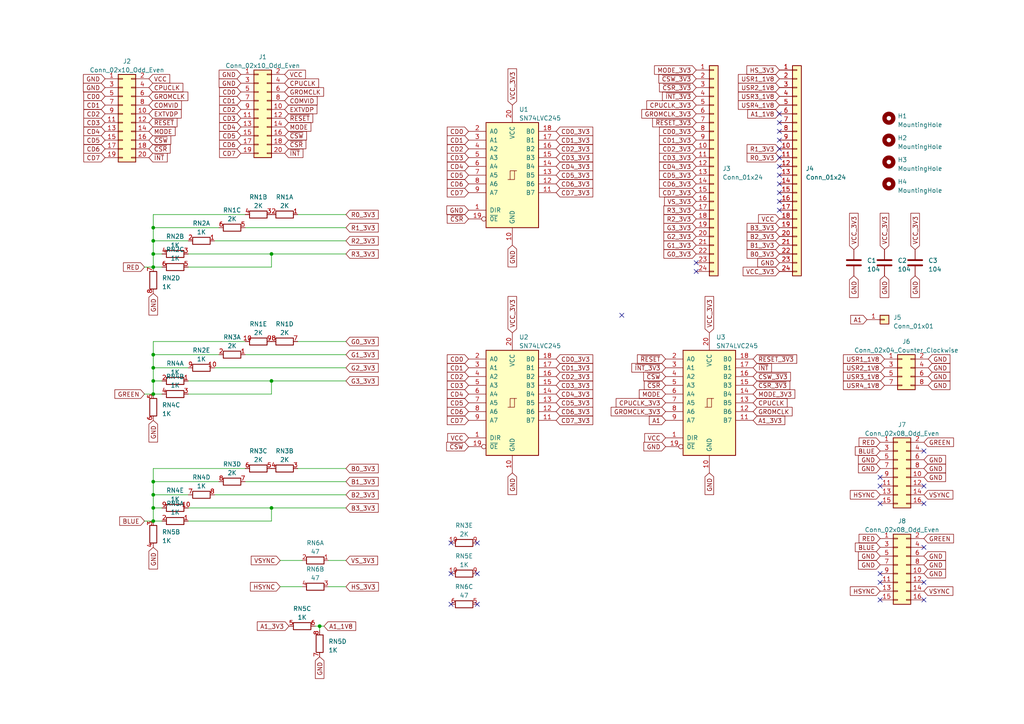
<source format=kicad_sch>
(kicad_sch (version 20230121) (generator eeschema)
  (paper "A4")
  (lib_symbols
    (symbol "Connector_Generic:Conn_01x01" (pin_names (offset 1.016) hide)
      (property "Reference" "J" (at 0 2.54 0))
      (property "Value" "Conn_01x01" (at 0 -2.54 0))
      (symbol "Conn_01x01_1_1"
        (pin passive line (at -5.08 0 0) (length 3.81) (name "Pin_1") (number "1"))
      )
    )
    (symbol "Connector_Generic:Conn_01x24" (pin_names (offset 1.016) hide)
      (property "Reference" "J" (at 0 30.48 0))
      (property "Value" "Conn_01x24" (at 0 -33.02 0))
      (symbol "Conn_01x24_1_1"
        (pin passive line (at -5.08 27.94 0) (length 3.81) (name "Pin_1") (number "1"))
        (pin passive line (at -5.08 5.08 0) (length 3.81) (name "Pin_10") (number "10"))
        (pin passive line (at -5.08 2.54 0) (length 3.81) (name "Pin_11") (number "11"))
        (pin passive line (at -5.08 0 0) (length 3.81) (name "Pin_12") (number "12"))
        (pin passive line (at -5.08 -2.54 0) (length 3.81) (name "Pin_13") (number "13"))
        (pin passive line (at -5.08 -5.08 0) (length 3.81) (name "Pin_14") (number "14"))
        (pin passive line (at -5.08 -7.62 0) (length 3.81) (name "Pin_15") (number "15"))
        (pin passive line (at -5.08 -10.16 0) (length 3.81) (name "Pin_16") (number "16"))
        (pin passive line (at -5.08 -12.7 0) (length 3.81) (name "Pin_17") (number "17"))
        (pin passive line (at -5.08 -15.24 0) (length 3.81) (name "Pin_18") (number "18"))
        (pin passive line (at -5.08 -17.78 0) (length 3.81) (name "Pin_19") (number "19"))
        (pin passive line (at -5.08 25.4 0) (length 3.81) (name "Pin_2") (number "2"))
        (pin passive line (at -5.08 -20.32 0) (length 3.81) (name "Pin_20") (number "20"))
        (pin passive line (at -5.08 -22.86 0) (length 3.81) (name "Pin_21") (number "21"))
        (pin passive line (at -5.08 -25.4 0) (length 3.81) (name "Pin_22") (number "22"))
        (pin passive line (at -5.08 -27.94 0) (length 3.81) (name "Pin_23") (number "23"))
        (pin passive line (at -5.08 -30.48 0) (length 3.81) (name "Pin_24") (number "24"))
        (pin passive line (at -5.08 22.86 0) (length 3.81) (name "Pin_3") (number "3"))
        (pin passive line (at -5.08 20.32 0) (length 3.81) (name "Pin_4") (number "4"))
        (pin passive line (at -5.08 17.78 0) (length 3.81) (name "Pin_5") (number "5"))
        (pin passive line (at -5.08 15.24 0) (length 3.81) (name "Pin_6") (number "6"))
        (pin passive line (at -5.08 12.7 0) (length 3.81) (name "Pin_7") (number "7"))
        (pin passive line (at -5.08 10.16 0) (length 3.81) (name "Pin_8") (number "8"))
        (pin passive line (at -5.08 7.62 0) (length 3.81) (name "Pin_9") (number "9"))
      )
    )
    (symbol "Connector_Generic:Conn_02x04_Odd_Even" (pin_names (offset 1.016) hide)
      (property "Reference" "J" (at 1.27 5.08 0))
      (property "Value" "Conn_02x04_Odd_Even" (at 1.27 -7.62 0))
      (symbol "Conn_02x04_Odd_Even_1_1"
        (pin passive line (at -5.08 2.54 0) (length 3.81) (name "Pin_1") (number "1"))
        (pin passive line (at 7.62 2.54 180) (length 3.81) (name "Pin_2") (number "2"))
        (pin passive line (at -5.08 0 0) (length 3.81) (name "Pin_3") (number "3"))
        (pin passive line (at 7.62 0 180) (length 3.81) (name "Pin_4") (number "4"))
        (pin passive line (at -5.08 -2.54 0) (length 3.81) (name "Pin_5") (number "5"))
        (pin passive line (at 7.62 -2.54 180) (length 3.81) (name "Pin_6") (number "6"))
        (pin passive line (at -5.08 -5.08 0) (length 3.81) (name "Pin_7") (number "7"))
        (pin passive line (at 7.62 -5.08 180) (length 3.81) (name "Pin_8") (number "8"))
      )
    )
    (symbol "Connector_Generic:Conn_02x08_Odd_Even" (pin_names (offset 1.016) hide)
      (property "Reference" "J" (at 1.27 10.16 0))
      (property "Value" "Conn_02x08_Odd_Even" (at 1.27 -12.7 0))
      (symbol "Conn_02x08_Odd_Even_1_1"
        (pin passive line (at -5.08 7.62 0) (length 3.81) (name "Pin_1") (number "1"))
        (pin passive line (at 7.62 -2.54 180) (length 3.81) (name "Pin_10") (number "10"))
        (pin passive line (at -5.08 -5.08 0) (length 3.81) (name "Pin_11") (number "11"))
        (pin passive line (at 7.62 -5.08 180) (length 3.81) (name "Pin_12") (number "12"))
        (pin passive line (at -5.08 -7.62 0) (length 3.81) (name "Pin_13") (number "13"))
        (pin passive line (at 7.62 -7.62 180) (length 3.81) (name "Pin_14") (number "14"))
        (pin passive line (at -5.08 -10.16 0) (length 3.81) (name "Pin_15") (number "15"))
        (pin passive line (at 7.62 -10.16 180) (length 3.81) (name "Pin_16") (number "16"))
        (pin passive line (at 7.62 7.62 180) (length 3.81) (name "Pin_2") (number "2"))
        (pin passive line (at -5.08 5.08 0) (length 3.81) (name "Pin_3") (number "3"))
        (pin passive line (at 7.62 5.08 180) (length 3.81) (name "Pin_4") (number "4"))
        (pin passive line (at -5.08 2.54 0) (length 3.81) (name "Pin_5") (number "5"))
        (pin passive line (at 7.62 2.54 180) (length 3.81) (name "Pin_6") (number "6"))
        (pin passive line (at -5.08 0 0) (length 3.81) (name "Pin_7") (number "7"))
        (pin passive line (at 7.62 0 180) (length 3.81) (name "Pin_8") (number "8"))
        (pin passive line (at -5.08 -2.54 0) (length 3.81) (name "Pin_9") (number "9"))
      )
    )
    (symbol "Connector_Generic:Conn_02x10_Odd_Even" (pin_names (offset 1.016) hide)
      (property "Reference" "J" (at 1.27 12.7 0))
      (property "Value" "Conn_02x10_Odd_Even" (at 1.27 -15.24 0))
      (symbol "Conn_02x10_Odd_Even_1_1"
        (pin passive line (at -5.08 10.16 0) (length 3.81) (name "Pin_1") (number "1"))
        (pin passive line (at 7.62 0 180) (length 3.81) (name "Pin_10") (number "10"))
        (pin passive line (at -5.08 -2.54 0) (length 3.81) (name "Pin_11") (number "11"))
        (pin passive line (at 7.62 -2.54 180) (length 3.81) (name "Pin_12") (number "12"))
        (pin passive line (at -5.08 -5.08 0) (length 3.81) (name "Pin_13") (number "13"))
        (pin passive line (at 7.62 -5.08 180) (length 3.81) (name "Pin_14") (number "14"))
        (pin passive line (at -5.08 -7.62 0) (length 3.81) (name "Pin_15") (number "15"))
        (pin passive line (at 7.62 -7.62 180) (length 3.81) (name "Pin_16") (number "16"))
        (pin passive line (at -5.08 -10.16 0) (length 3.81) (name "Pin_17") (number "17"))
        (pin passive line (at 7.62 -10.16 180) (length 3.81) (name "Pin_18") (number "18"))
        (pin passive line (at -5.08 -12.7 0) (length 3.81) (name "Pin_19") (number "19"))
        (pin passive line (at 7.62 10.16 180) (length 3.81) (name "Pin_2") (number "2"))
        (pin passive line (at 7.62 -12.7 180) (length 3.81) (name "Pin_20") (number "20"))
        (pin passive line (at -5.08 7.62 0) (length 3.81) (name "Pin_3") (number "3"))
        (pin passive line (at 7.62 7.62 180) (length 3.81) (name "Pin_4") (number "4"))
        (pin passive line (at -5.08 5.08 0) (length 3.81) (name "Pin_5") (number "5"))
        (pin passive line (at 7.62 5.08 180) (length 3.81) (name "Pin_6") (number "6"))
        (pin passive line (at -5.08 2.54 0) (length 3.81) (name "Pin_7") (number "7"))
        (pin passive line (at 7.62 2.54 180) (length 3.81) (name "Pin_8") (number "8"))
        (pin passive line (at -5.08 0 0) (length 3.81) (name "Pin_9") (number "9"))
      )
    )
    (symbol "Device:C" (pin_numbers hide) (pin_names (offset 0.254))
      (property "Reference" "C" (at 0.635 2.54 0))
      (property "Value" "C" (at 0.635 -2.54 0))
      (symbol "C_1_1"
        (pin passive line (at 0 3.81 270) (length 2.794) (name "~") (number "1"))
        (pin passive line (at 0 -3.81 90) (length 2.794) (name "~") (number "2"))
      )
    )
    (symbol "Device:R_Pack03_SIP_Split" (pin_names (offset 0) hide)
      (property "Reference" "RN" (at 2.032 0 90))
      (property "Value" "R_Pack03_SIP_Split" (at 0 0 90))
      (symbol "R_Pack03_SIP_Split_1_1"
        (pin passive line (at 0 -3.81 90) (length 1.27) (name "R1.1") (number "1"))
        (pin passive line (at 0 3.81 270) (length 1.27) (name "R1.2") (number "2"))
      )
      (symbol "R_Pack03_SIP_Split_2_1"
        (pin passive line (at 0 -3.81 90) (length 1.27) (name "R2.1") (number "3"))
        (pin passive line (at 0 3.81 270) (length 1.27) (name "R2.2") (number "4"))
      )
      (symbol "R_Pack03_SIP_Split_3_1"
        (pin passive line (at 0 -3.81 90) (length 1.27) (name "R3.1") (number "5"))
        (pin passive line (at 0 3.81 270) (length 1.27) (name "R3.2") (number "6"))
      )
    )
    (symbol "Device:R_Pack05_SIP_Split" (pin_names (offset 0) hide)
      (property "Reference" "RN" (at 2.032 0 90))
      (property "Value" "R_Pack05_SIP_Split" (at 0 0 90))
      (symbol "R_Pack05_SIP_Split_1_1"
        (pin passive line (at 0 -3.81 90) (length 1.27) (name "R1.1") (number "1"))
        (pin passive line (at 0 3.81 270) (length 1.27) (name "R1.2") (number "2"))
      )
      (symbol "R_Pack05_SIP_Split_2_1"
        (pin passive line (at 0 -3.81 90) (length 1.27) (name "R2.1") (number "3"))
        (pin passive line (at 0 3.81 270) (length 1.27) (name "R2.2") (number "4"))
      )
      (symbol "R_Pack05_SIP_Split_3_1"
        (pin passive line (at 0 -3.81 90) (length 1.27) (name "R3.1") (number "5"))
        (pin passive line (at 0 3.81 270) (length 1.27) (name "R3.2") (number "6"))
      )
      (symbol "R_Pack05_SIP_Split_4_1"
        (pin passive line (at 0 -3.81 90) (length 1.27) (name "R4.1") (number "7"))
        (pin passive line (at 0 3.81 270) (length 1.27) (name "R4.2") (number "8"))
      )
      (symbol "R_Pack05_SIP_Split_5_1"
        (pin passive line (at 0 3.81 270) (length 1.27) (name "R5.2") (number "10"))
        (pin passive line (at 0 -3.81 90) (length 1.27) (name "R5.1") (number "9"))
      )
    )
    (symbol "Mechanical:MountingHole" (pin_names (offset 1.016))
      (property "Reference" "H" (at 0 5.08 0))
      (property "Value" "MountingHole" (at 0 3.175 0))
    )
    (symbol "tms9118a_sym:SN74LVC245" (pin_names (offset 1.016))
      (property "Reference" "U" (at -7.62 16.51 0))
      (property "Value" "SN74LVC245" (at 7.62 16.51 0))
      (symbol "SN74LVC245_1_0"
        (pin input line (at -12.7 -10.16 0) (length 5.08) (name "DIR") (number "1"))
        (pin power_in line (at 0 -20.32 90) (length 5.08) (name "GND") (number "10"))
        (pin tri_state line (at 12.7 -5.08 180) (length 5.08) (name "B7") (number "11"))
        (pin tri_state line (at 12.7 -2.54 180) (length 5.08) (name "B6") (number "12"))
        (pin tri_state line (at 12.7 0 180) (length 5.08) (name "B5") (number "13"))
        (pin tri_state line (at 12.7 2.54 180) (length 5.08) (name "B4") (number "14"))
        (pin tri_state line (at 12.7 5.08 180) (length 5.08) (name "B3") (number "15"))
        (pin tri_state line (at 12.7 7.62 180) (length 5.08) (name "B2") (number "16"))
        (pin tri_state line (at 12.7 10.16 180) (length 5.08) (name "B1") (number "17"))
        (pin tri_state line (at 12.7 12.7 180) (length 5.08) (name "B0") (number "18"))
        (pin input inverted (at -12.7 -12.7 0) (length 5.08) (name "~{0E}") (number "19"))
        (pin tri_state line (at -12.7 12.7 0) (length 5.08) (name "A0") (number "2"))
        (pin power_in line (at 0 20.32 270) (length 5.08) (name "VCC") (number "20"))
        (pin tri_state line (at -12.7 10.16 0) (length 5.08) (name "A1") (number "3"))
        (pin tri_state line (at -12.7 7.62 0) (length 5.08) (name "A2") (number "4"))
        (pin tri_state line (at -12.7 5.08 0) (length 5.08) (name "A3") (number "5"))
        (pin tri_state line (at -12.7 2.54 0) (length 5.08) (name "A4") (number "6"))
        (pin tri_state line (at -12.7 0 0) (length 5.08) (name "A5") (number "7"))
        (pin tri_state line (at -12.7 -2.54 0) (length 5.08) (name "A6") (number "8"))
        (pin tri_state line (at -12.7 -5.08 0) (length 5.08) (name "A7") (number "9"))
      )
    )
  )
  (junction (at 44.45 151.13))
  (junction (at 78.74 147.32))
  (junction (at 92.71 181.61))
  (junction (at 78.74 110.49))
  (junction (at 44.45 69.85))
  (junction (at 44.45 147.32))
  (junction (at 44.45 102.87))
  (junction (at 44.45 73.66))
  (junction (at 44.45 139.7))
  (junction (at 44.45 66.04))
  (junction (at 44.45 106.68))
  (junction (at 44.45 77.47))
  (junction (at 44.45 114.3))
  (junction (at 44.45 143.51))
  (junction (at 78.74 73.66))
  (junction (at 44.45 110.49))
  (no_connect (at 255.27 166.37))
  (no_connect (at 267.97 168.91))
  (no_connect (at 130.81 157.48))
  (no_connect (at 255.27 140.97))
  (no_connect (at 226.06 43.18))
  (no_connect (at 267.97 173.99))
  (no_connect (at 130.81 175.26))
  (no_connect (at 138.43 166.37))
  (no_connect (at 267.97 146.05))
  (no_connect (at 226.06 35.56))
  (no_connect (at 226.06 55.88))
  (no_connect (at 226.06 38.1))
  (no_connect (at 226.06 48.26))
  (no_connect (at 226.06 58.42))
  (no_connect (at 267.97 158.75))
  (no_connect (at 226.06 50.8))
  (no_connect (at 138.43 157.48))
  (no_connect (at 138.43 175.26))
  (no_connect (at 226.06 33.02))
  (no_connect (at 267.97 140.97))
  (no_connect (at 201.93 78.74))
  (no_connect (at 226.06 53.34))
  (no_connect (at 255.27 168.91))
  (no_connect (at 180.34 91.44))
  (no_connect (at 226.06 45.72))
  (no_connect (at 255.27 138.43))
  (no_connect (at 255.27 173.99))
  (no_connect (at 226.06 60.96))
  (no_connect (at 255.27 146.05))
  (no_connect (at 267.97 130.81))
  (no_connect (at 130.81 166.37))
  (no_connect (at 201.93 76.2))
  (no_connect (at 226.06 40.64))
  (wire (pts (xy 44.45 62.23) (xy 71.12 62.23)))
  (wire (pts (xy 78.74 114.3) (xy 78.74 110.49)))
  (wire (pts (xy 44.45 66.04) (xy 44.45 62.23)))
  (wire (pts (xy 54.61 73.66) (xy 78.74 73.66)))
  (wire (pts (xy 44.45 110.49) (xy 44.45 114.3)))
  (wire (pts (xy 44.45 135.89) (xy 71.12 135.89)))
  (wire (pts (xy 54.61 151.13) (xy 78.74 151.13)))
  (wire (pts (xy 41.91 77.47) (xy 44.45 77.47)))
  (wire (pts (xy 44.45 106.68) (xy 54.61 106.68)))
  (wire (pts (xy 46.99 73.66) (xy 44.45 73.66)))
  (wire (pts (xy 62.23 69.85) (xy 100.33 69.85)))
  (wire (pts (xy 78.74 73.66) (xy 100.33 73.66)))
  (wire (pts (xy 44.45 139.7) (xy 44.45 135.89)))
  (wire (pts (xy 95.25 162.56) (xy 100.33 162.56)))
  (wire (pts (xy 95.25 170.18) (xy 100.33 170.18)))
  (wire (pts (xy 54.61 114.3) (xy 78.74 114.3)))
  (wire (pts (xy 78.74 151.13) (xy 78.74 147.32)))
  (wire (pts (xy 81.28 170.18) (xy 87.63 170.18)))
  (wire (pts (xy 44.45 139.7) (xy 63.5 139.7)))
  (wire (pts (xy 81.28 162.56) (xy 87.63 162.56)))
  (wire (pts (xy 44.45 151.13) (xy 46.99 151.13)))
  (wire (pts (xy 44.45 106.68) (xy 44.45 102.87)))
  (wire (pts (xy 44.45 73.66) (xy 44.45 69.85)))
  (wire (pts (xy 71.12 102.87) (xy 100.33 102.87)))
  (wire (pts (xy 71.12 66.04) (xy 100.33 66.04)))
  (wire (pts (xy 44.45 147.32) (xy 44.45 151.13)))
  (wire (pts (xy 86.36 135.89) (xy 100.33 135.89)))
  (wire (pts (xy 92.71 181.61) (xy 92.71 182.88)))
  (wire (pts (xy 46.99 110.49) (xy 44.45 110.49)))
  (wire (pts (xy 44.45 147.32) (xy 44.45 143.51)))
  (wire (pts (xy 44.45 143.51) (xy 44.45 139.7)))
  (wire (pts (xy 44.45 77.47) (xy 46.99 77.47)))
  (wire (pts (xy 91.44 181.61) (xy 92.71 181.61)))
  (wire (pts (xy 44.45 99.06) (xy 71.12 99.06)))
  (wire (pts (xy 41.91 151.13) (xy 44.45 151.13)))
  (wire (pts (xy 92.71 181.61) (xy 93.98 181.61)))
  (wire (pts (xy 62.23 143.51) (xy 100.33 143.51)))
  (wire (pts (xy 46.99 147.32) (xy 44.45 147.32)))
  (wire (pts (xy 44.45 69.85) (xy 54.61 69.85)))
  (wire (pts (xy 44.45 69.85) (xy 44.45 66.04)))
  (wire (pts (xy 54.61 110.49) (xy 78.74 110.49)))
  (wire (pts (xy 44.45 66.04) (xy 63.5 66.04)))
  (wire (pts (xy 78.74 77.47) (xy 78.74 73.66)))
  (wire (pts (xy 44.45 114.3) (xy 46.99 114.3)))
  (wire (pts (xy 86.36 62.23) (xy 100.33 62.23)))
  (wire (pts (xy 54.61 147.32) (xy 78.74 147.32)))
  (wire (pts (xy 54.61 77.47) (xy 78.74 77.47)))
  (wire (pts (xy 71.12 139.7) (xy 100.33 139.7)))
  (wire (pts (xy 78.74 147.32) (xy 100.33 147.32)))
  (wire (pts (xy 86.36 99.06) (xy 100.33 99.06)))
  (wire (pts (xy 44.45 102.87) (xy 63.5 102.87)))
  (wire (pts (xy 44.45 73.66) (xy 44.45 77.47)))
  (wire (pts (xy 62.23 106.68) (xy 100.33 106.68)))
  (wire (pts (xy 44.45 143.51) (xy 54.61 143.51)))
  (wire (pts (xy 44.45 110.49) (xy 44.45 106.68)))
  (wire (pts (xy 41.91 114.3) (xy 44.45 114.3)))
  (wire (pts (xy 44.45 102.87) (xy 44.45 99.06)))
  (wire (pts (xy 78.74 110.49) (xy 100.33 110.49)))
  (global_label "GND" (shape input) (at 30.48 22.86 180) (property "Intersheetrefs" "${INTERSHEET_REFS}" (effects hide)))
  (global_label "BLUE" (shape input) (at 255.27 130.81 180) (property "Intersheetrefs" "${INTERSHEET_REFS}" (effects hide)))
  (global_label "CD6" (shape input) (at 135.89 119.38 180) (property "Intersheetrefs" "${INTERSHEET_REFS}" (effects hide)))
  (global_label "CD5" (shape input) (at 135.89 116.84 180) (property "Intersheetrefs" "${INTERSHEET_REFS}" (effects hide)))
  (global_label "GND" (shape input) (at 44.45 121.92 270) (property "Intersheetrefs" "${INTERSHEET_REFS}" (effects hide)))
  (global_label "CD7" (shape input) (at 135.89 55.88 180) (property "Intersheetrefs" "${INTERSHEET_REFS}" (effects hide)))
  (global_label "~{CSW}" (shape input) (at 43.18 40.64 0) (property "Intersheetrefs" "${INTERSHEET_REFS}" (effects hide)))
  (global_label "BLUE" (shape input) (at 255.27 158.75 180) (property "Intersheetrefs" "${INTERSHEET_REFS}" (effects hide)))
  (global_label "B0_3V3" (shape input) (at 100.33 135.89 0) (property "Intersheetrefs" "${INTERSHEET_REFS}" (effects hide)))
  (global_label "CPUCLK_3V3" (shape input) (at 193.04 116.84 180) (property "Intersheetrefs" "${INTERSHEET_REFS}" (effects hide)))
  (global_label "B1_3V3" (shape input) (at 226.06 71.12 180) (property "Intersheetrefs" "${INTERSHEET_REFS}" (effects hide)))
  (global_label "~{RESET_3V3}" (shape input) (at 201.93 35.56 180) (property "Intersheetrefs" "${INTERSHEET_REFS}" (effects hide)))
  (global_label "GND" (shape input) (at 148.59 137.16 270) (property "Intersheetrefs" "${INTERSHEET_REFS}" (effects hide)))
  (global_label "GND" (shape input) (at 69.85 24.13 180) (property "Intersheetrefs" "${INTERSHEET_REFS}" (effects hide)))
  (global_label "GND" (shape input) (at 267.97 135.89 0) (property "Intersheetrefs" "${INTERSHEET_REFS}" (effects hide)))
  (global_label "VCC_3V3" (shape input) (at 148.59 96.52 90) (property "Intersheetrefs" "${INTERSHEET_REFS}" (effects hide)))
  (global_label "VSYNC" (shape input) (at 267.97 143.51 0) (property "Intersheetrefs" "${INTERSHEET_REFS}" (effects hide)))
  (global_label "G0_3V3" (shape input) (at 201.93 73.66 180) (property "Intersheetrefs" "${INTERSHEET_REFS}" (effects hide)))
  (global_label "CD6_3V3" (shape input) (at 161.29 53.34 0) (property "Intersheetrefs" "${INTERSHEET_REFS}" (effects hide)))
  (global_label "VSYNC" (shape input) (at 81.28 162.56 180) (property "Intersheetrefs" "${INTERSHEET_REFS}" (effects hide)))
  (global_label "GROMCLK_3V3" (shape input) (at 201.93 33.02 180) (property "Intersheetrefs" "${INTERSHEET_REFS}" (effects hide)))
  (global_label "VCC_3V3" (shape input) (at 226.06 78.74 180) (property "Intersheetrefs" "${INTERSHEET_REFS}" (effects hide)))
  (global_label "GND" (shape input) (at 193.04 129.54 180) (property "Intersheetrefs" "${INTERSHEET_REFS}" (effects hide)))
  (global_label "EXTVDP" (shape input) (at 82.55 31.75 0) (property "Intersheetrefs" "${INTERSHEET_REFS}" (effects hide)))
  (global_label "GND" (shape input) (at 269.24 109.22 0) (property "Intersheetrefs" "${INTERSHEET_REFS}" (effects hide)))
  (global_label "A1_1V8" (shape input) (at 93.98 181.61 0) (property "Intersheetrefs" "${INTERSHEET_REFS}" (effects hide)))
  (global_label "A1_1V8" (shape input) (at 226.06 33.02 180) (property "Intersheetrefs" "${INTERSHEET_REFS}" (effects hide)))
  (global_label "CD5" (shape input) (at 30.48 40.64 180) (property "Intersheetrefs" "${INTERSHEET_REFS}" (effects hide)))
  (global_label "~{CSR}" (shape input) (at 193.04 111.76 180) (property "Intersheetrefs" "${INTERSHEET_REFS}" (effects hide)))
  (global_label "G2_3V3" (shape input) (at 100.33 106.68 0) (property "Intersheetrefs" "${INTERSHEET_REFS}" (effects hide)))
  (global_label "GND" (shape input) (at 255.27 161.29 180) (property "Intersheetrefs" "${INTERSHEET_REFS}" (effects hide)))
  (global_label "GND" (shape input) (at 148.59 71.12 270) (property "Intersheetrefs" "${INTERSHEET_REFS}" (effects hide)))
  (global_label "CD1" (shape input) (at 69.85 29.21 180) (property "Intersheetrefs" "${INTERSHEET_REFS}" (effects hide)))
  (global_label "CD0" (shape input) (at 30.48 27.94 180) (property "Intersheetrefs" "${INTERSHEET_REFS}" (effects hide)))
  (global_label "CD7_3V3" (shape input) (at 201.93 55.88 180) (property "Intersheetrefs" "${INTERSHEET_REFS}" (effects hide)))
  (global_label "B0_3V3" (shape input) (at 226.06 73.66 180) (property "Intersheetrefs" "${INTERSHEET_REFS}" (effects hide)))
  (global_label "~{CSR}" (shape input) (at 82.55 41.91 0) (property "Intersheetrefs" "${INTERSHEET_REFS}" (effects hide)))
  (global_label "CD4" (shape input) (at 135.89 48.26 180) (property "Intersheetrefs" "${INTERSHEET_REFS}" (effects hide)))
  (global_label "~{CSR}" (shape input) (at 43.18 43.18 0) (property "Intersheetrefs" "${INTERSHEET_REFS}" (effects hide)))
  (global_label "MODE" (shape input) (at 82.55 36.83 0) (property "Intersheetrefs" "${INTERSHEET_REFS}" (effects hide)))
  (global_label "GND" (shape input) (at 92.71 190.5 270) (property "Intersheetrefs" "${INTERSHEET_REFS}" (effects hide)))
  (global_label "GROMCLK" (shape input) (at 218.44 119.38 0) (property "Intersheetrefs" "${INTERSHEET_REFS}" (effects hide)))
  (global_label "CD2" (shape input) (at 135.89 43.18 180) (property "Intersheetrefs" "${INTERSHEET_REFS}" (effects hide)))
  (global_label "CD1" (shape input) (at 30.48 30.48 180) (property "Intersheetrefs" "${INTERSHEET_REFS}" (effects hide)))
  (global_label "VCC_3V3" (shape input) (at 256.54 72.39 90) (property "Intersheetrefs" "${INTERSHEET_REFS}" (effects hide)))
  (global_label "GND" (shape input) (at 256.54 80.01 270) (property "Intersheetrefs" "${INTERSHEET_REFS}" (effects hide)))
  (global_label "CD0_3V3" (shape input) (at 201.93 38.1 180) (property "Intersheetrefs" "${INTERSHEET_REFS}" (effects hide)))
  (global_label "~{CSR}" (shape input) (at 135.89 63.5 180) (property "Intersheetrefs" "${INTERSHEET_REFS}" (effects hide)))
  (global_label "VCC_3V3" (shape input) (at 148.59 30.48 90) (property "Intersheetrefs" "${INTERSHEET_REFS}" (effects hide)))
  (global_label "CD3" (shape input) (at 30.48 35.56 180) (property "Intersheetrefs" "${INTERSHEET_REFS}" (effects hide)))
  (global_label "CPUCLK_3V3" (shape input) (at 201.93 30.48 180) (property "Intersheetrefs" "${INTERSHEET_REFS}" (effects hide)))
  (global_label "VCC" (shape input) (at 226.06 63.5 180) (property "Intersheetrefs" "${INTERSHEET_REFS}" (effects hide)))
  (global_label "CD1_3V3" (shape input) (at 161.29 106.68 0) (property "Intersheetrefs" "${INTERSHEET_REFS}" (effects hide)))
  (global_label "CD0_3V3" (shape input) (at 161.29 104.14 0) (property "Intersheetrefs" "${INTERSHEET_REFS}" (effects hide)))
  (global_label "R1_3V3" (shape input) (at 226.06 43.18 180) (property "Intersheetrefs" "${INTERSHEET_REFS}" (effects hide)))
  (global_label "~{INT}" (shape input) (at 82.55 44.45 0) (property "Intersheetrefs" "${INTERSHEET_REFS}" (effects hide)))
  (global_label "USR1_1V8" (shape input) (at 256.54 104.14 180) (property "Intersheetrefs" "${INTERSHEET_REFS}" (effects hide)))
  (global_label "CPUCLK" (shape input) (at 82.55 24.13 0) (property "Intersheetrefs" "${INTERSHEET_REFS}" (effects hide)))
  (global_label "B1_3V3" (shape input) (at 100.33 139.7 0) (property "Intersheetrefs" "${INTERSHEET_REFS}" (effects hide)))
  (global_label "RED" (shape input) (at 41.91 77.47 180) (property "Intersheetrefs" "${INTERSHEET_REFS}" (effects hide)))
  (global_label "R0_3V3" (shape input) (at 100.33 62.23 0) (property "Intersheetrefs" "${INTERSHEET_REFS}" (effects hide)))
  (global_label "R2_3V3" (shape input) (at 201.93 63.5 180) (property "Intersheetrefs" "${INTERSHEET_REFS}" (effects hide)))
  (global_label "RED" (shape input) (at 255.27 156.21 180) (property "Intersheetrefs" "${INTERSHEET_REFS}" (effects hide)))
  (global_label "GROMCLK" (shape input) (at 43.18 27.94 0) (property "Intersheetrefs" "${INTERSHEET_REFS}" (effects hide)))
  (global_label "CD5" (shape input) (at 69.85 39.37 180) (property "Intersheetrefs" "${INTERSHEET_REFS}" (effects hide)))
  (global_label "GREEN" (shape input) (at 267.97 156.21 0) (property "Intersheetrefs" "${INTERSHEET_REFS}" (effects hide)))
  (global_label "CD0" (shape input) (at 135.89 38.1 180) (property "Intersheetrefs" "${INTERSHEET_REFS}" (effects hide)))
  (global_label "~{CSR_3V3}" (shape input) (at 201.93 25.4 180) (property "Intersheetrefs" "${INTERSHEET_REFS}" (effects hide)))
  (global_label "~{CSW}" (shape input) (at 135.89 129.54 180) (property "Intersheetrefs" "${INTERSHEET_REFS}" (effects hide)))
  (global_label "CD0" (shape input) (at 69.85 26.67 180) (property "Intersheetrefs" "${INTERSHEET_REFS}" (effects hide)))
  (global_label "CD3" (shape input) (at 135.89 111.76 180) (property "Intersheetrefs" "${INTERSHEET_REFS}" (effects hide)))
  (global_label "G0_3V3" (shape input) (at 100.33 99.06 0) (property "Intersheetrefs" "${INTERSHEET_REFS}" (effects hide)))
  (global_label "VCC_3V3" (shape input) (at 247.65 72.39 90) (property "Intersheetrefs" "${INTERSHEET_REFS}" (effects hide)))
  (global_label "GND" (shape input) (at 205.74 137.16 270) (property "Intersheetrefs" "${INTERSHEET_REFS}" (effects hide)))
  (global_label "HSYNC" (shape input) (at 255.27 171.45 180) (property "Intersheetrefs" "${INTERSHEET_REFS}" (effects hide)))
  (global_label "GND" (shape input) (at 226.06 76.2 180) (property "Intersheetrefs" "${INTERSHEET_REFS}" (effects hide)))
  (global_label "GND" (shape input) (at 247.65 80.01 270) (property "Intersheetrefs" "${INTERSHEET_REFS}" (effects hide)))
  (global_label "G3_3V3" (shape input) (at 100.33 110.49 0) (property "Intersheetrefs" "${INTERSHEET_REFS}" (effects hide)))
  (global_label "CD3_3V3" (shape input) (at 201.93 45.72 180) (property "Intersheetrefs" "${INTERSHEET_REFS}" (effects hide)))
  (global_label "GROMCLK" (shape input) (at 82.55 26.67 0) (property "Intersheetrefs" "${INTERSHEET_REFS}" (effects hide)))
  (global_label "GND" (shape input) (at 267.97 133.35 0) (property "Intersheetrefs" "${INTERSHEET_REFS}" (effects hide)))
  (global_label "HSYNC" (shape input) (at 81.28 170.18 180) (property "Intersheetrefs" "${INTERSHEET_REFS}" (effects hide)))
  (global_label "CD2" (shape input) (at 69.85 31.75 180) (property "Intersheetrefs" "${INTERSHEET_REFS}" (effects hide)))
  (global_label "CD0" (shape input) (at 135.89 104.14 180) (property "Intersheetrefs" "${INTERSHEET_REFS}" (effects hide)))
  (global_label "RED" (shape input) (at 255.27 128.27 180) (property "Intersheetrefs" "${INTERSHEET_REFS}" (effects hide)))
  (global_label "VS_3V3" (shape input) (at 100.33 162.56 0) (property "Intersheetrefs" "${INTERSHEET_REFS}" (effects hide)))
  (global_label "CD3_3V3" (shape input) (at 161.29 45.72 0) (property "Intersheetrefs" "${INTERSHEET_REFS}" (effects hide)))
  (global_label "B3_3V3" (shape input) (at 226.06 66.04 180) (property "Intersheetrefs" "${INTERSHEET_REFS}" (effects hide)))
  (global_label "VCC" (shape input) (at 193.04 127 180) (property "Intersheetrefs" "${INTERSHEET_REFS}" (effects hide)))
  (global_label "GND" (shape input) (at 269.24 104.14 0) (property "Intersheetrefs" "${INTERSHEET_REFS}" (effects hide)))
  (global_label "A1_3V3" (shape input) (at 83.82 181.61 180) (property "Intersheetrefs" "${INTERSHEET_REFS}" (effects hide)))
  (global_label "R3_3V3" (shape input) (at 100.33 73.66 0) (property "Intersheetrefs" "${INTERSHEET_REFS}" (effects hide)))
  (global_label "CD4" (shape input) (at 30.48 38.1 180) (property "Intersheetrefs" "${INTERSHEET_REFS}" (effects hide)))
  (global_label "GND" (shape input) (at 265.43 80.01 270) (property "Intersheetrefs" "${INTERSHEET_REFS}" (effects hide)))
  (global_label "CD3" (shape input) (at 135.89 45.72 180) (property "Intersheetrefs" "${INTERSHEET_REFS}" (effects hide)))
  (global_label "~{INT}" (shape input) (at 43.18 45.72 0) (property "Intersheetrefs" "${INTERSHEET_REFS}" (effects hide)))
  (global_label "CD7" (shape input) (at 135.89 121.92 180) (property "Intersheetrefs" "${INTERSHEET_REFS}" (effects hide)))
  (global_label "~{INT}" (shape input) (at 218.44 106.68 0) (property "Intersheetrefs" "${INTERSHEET_REFS}" (effects hide)))
  (global_label "USR3_1V8" (shape input) (at 226.06 27.94 180) (property "Intersheetrefs" "${INTERSHEET_REFS}" (effects hide)))
  (global_label "~{CSW}" (shape input) (at 82.55 39.37 0) (property "Intersheetrefs" "${INTERSHEET_REFS}" (effects hide)))
  (global_label "CD5" (shape input) (at 135.89 50.8 180) (property "Intersheetrefs" "${INTERSHEET_REFS}" (effects hide)))
  (global_label "CD4" (shape input) (at 135.89 114.3 180) (property "Intersheetrefs" "${INTERSHEET_REFS}" (effects hide)))
  (global_label "A1_3V3" (shape input) (at 218.44 121.92 0) (property "Intersheetrefs" "${INTERSHEET_REFS}" (effects hide)))
  (global_label "VCC" (shape input) (at 135.89 127 180) (property "Intersheetrefs" "${INTERSHEET_REFS}" (effects hide)))
  (global_label "CD1_3V3" (shape input) (at 161.29 40.64 0) (property "Intersheetrefs" "${INTERSHEET_REFS}" (effects hide)))
  (global_label "CD4_3V3" (shape input) (at 161.29 114.3 0) (property "Intersheetrefs" "${INTERSHEET_REFS}" (effects hide)))
  (global_label "CD3_3V3" (shape input) (at 161.29 111.76 0) (property "Intersheetrefs" "${INTERSHEET_REFS}" (effects hide)))
  (global_label "VSYNC" (shape input) (at 267.97 171.45 0) (property "Intersheetrefs" "${INTERSHEET_REFS}" (effects hide)))
  (global_label "G2_3V3" (shape input) (at 201.93 68.58 180) (property "Intersheetrefs" "${INTERSHEET_REFS}" (effects hide)))
  (global_label "GND" (shape input) (at 267.97 138.43 0) (property "Intersheetrefs" "${INTERSHEET_REFS}" (effects hide)))
  (global_label "CD2" (shape input) (at 135.89 109.22 180) (property "Intersheetrefs" "${INTERSHEET_REFS}" (effects hide)))
  (global_label "VCC_3V3" (shape input) (at 205.74 96.52 90) (property "Intersheetrefs" "${INTERSHEET_REFS}" (effects hide)))
  (global_label "CD1_3V3" (shape input) (at 201.93 40.64 180) (property "Intersheetrefs" "${INTERSHEET_REFS}" (effects hide)))
  (global_label "CD6" (shape input) (at 30.48 43.18 180) (property "Intersheetrefs" "${INTERSHEET_REFS}" (effects hide)))
  (global_label "GREEN" (shape input) (at 267.97 128.27 0) (property "Intersheetrefs" "${INTERSHEET_REFS}" (effects hide)))
  (global_label "CD7" (shape input) (at 69.85 44.45 180) (property "Intersheetrefs" "${INTERSHEET_REFS}" (effects hide)))
  (global_label "GROMCLK_3V3" (shape input) (at 193.04 119.38 180) (property "Intersheetrefs" "${INTERSHEET_REFS}" (effects hide)))
  (global_label "HS_3V3" (shape input) (at 100.33 170.18 0) (property "Intersheetrefs" "${INTERSHEET_REFS}" (effects hide)))
  (global_label "CD0_3V3" (shape input) (at 161.29 38.1 0) (property "Intersheetrefs" "${INTERSHEET_REFS}" (effects hide)))
  (global_label "CD5_3V3" (shape input) (at 161.29 50.8 0) (property "Intersheetrefs" "${INTERSHEET_REFS}" (effects hide)))
  (global_label "CD6_3V3" (shape input) (at 161.29 119.38 0) (property "Intersheetrefs" "${INTERSHEET_REFS}" (effects hide)))
  (global_label "USR4_1V8" (shape input) (at 226.06 30.48 180) (property "Intersheetrefs" "${INTERSHEET_REFS}" (effects hide)))
  (global_label "R0_3V3" (shape input) (at 226.06 45.72 180) (property "Intersheetrefs" "${INTERSHEET_REFS}" (effects hide)))
  (global_label "GND" (shape input) (at 267.97 166.37 0) (property "Intersheetrefs" "${INTERSHEET_REFS}" (effects hide)))
  (global_label "GND" (shape input) (at 135.89 60.96 180) (property "Intersheetrefs" "${INTERSHEET_REFS}" (effects hide)))
  (global_label "MODE_3V3" (shape input) (at 201.93 20.32 180) (property "Intersheetrefs" "${INTERSHEET_REFS}" (effects hide)))
  (global_label "GND" (shape input) (at 269.24 111.76 0) (property "Intersheetrefs" "${INTERSHEET_REFS}" (effects hide)))
  (global_label "CD7_3V3" (shape input) (at 161.29 121.92 0) (property "Intersheetrefs" "${INTERSHEET_REFS}" (effects hide)))
  (global_label "GND" (shape input) (at 267.97 163.83 0) (property "Intersheetrefs" "${INTERSHEET_REFS}" (effects hide)))
  (global_label "~{RESET}" (shape input) (at 82.55 34.29 0) (property "Intersheetrefs" "${INTERSHEET_REFS}" (effects hide)))
  (global_label "B2_3V3" (shape input) (at 226.06 68.58 180) (property "Intersheetrefs" "${INTERSHEET_REFS}" (effects hide)))
  (global_label "CD4" (shape input) (at 69.85 36.83 180) (property "Intersheetrefs" "${INTERSHEET_REFS}" (effects hide)))
  (global_label "HSYNC" (shape input) (at 255.27 143.51 180) (property "Intersheetrefs" "${INTERSHEET_REFS}" (effects hide)))
  (global_label "CD6" (shape input) (at 69.85 41.91 180) (property "Intersheetrefs" "${INTERSHEET_REFS}" (effects hide)))
  (global_label "B2_3V3" (shape input) (at 100.33 143.51 0) (property "Intersheetrefs" "${INTERSHEET_REFS}" (effects hide)))
  (global_label "~{RESET}" (shape input) (at 193.04 104.14 180) (property "Intersheetrefs" "${INTERSHEET_REFS}" (effects hide)))
  (global_label "CD6" (shape input) (at 135.89 53.34 180) (property "Intersheetrefs" "${INTERSHEET_REFS}" (effects hide)))
  (global_label "GND" (shape input) (at 255.27 133.35 180) (property "Intersheetrefs" "${INTERSHEET_REFS}" (effects hide)))
  (global_label "CD4_3V3" (shape input) (at 201.93 48.26 180) (property "Intersheetrefs" "${INTERSHEET_REFS}" (effects hide)))
  (global_label "~{CSW}" (shape input) (at 193.04 109.22 180) (property "Intersheetrefs" "${INTERSHEET_REFS}" (effects hide)))
  (global_label "R2_3V3" (shape input) (at 100.33 69.85 0) (property "Intersheetrefs" "${INTERSHEET_REFS}" (effects hide)))
  (global_label "CD3" (shape input) (at 69.85 34.29 180) (property "Intersheetrefs" "${INTERSHEET_REFS}" (effects hide)))
  (global_label "R1_3V3" (shape input) (at 100.33 66.04 0) (property "Intersheetrefs" "${INTERSHEET_REFS}" (effects hide)))
  (global_label "~{RESET}" (shape input) (at 43.18 35.56 0) (property "Intersheetrefs" "${INTERSHEET_REFS}" (effects hide)))
  (global_label "G1_3V3" (shape input) (at 100.33 102.87 0) (property "Intersheetrefs" "${INTERSHEET_REFS}" (effects hide)))
  (global_label "VCC_3V3" (shape input) (at 265.43 72.39 90) (property "Intersheetrefs" "${INTERSHEET_REFS}" (effects hide)))
  (global_label "BLUE" (shape input) (at 41.91 151.13 180) (property "Intersheetrefs" "${INTERSHEET_REFS}" (effects hide)))
  (global_label "CPUCLK" (shape input) (at 43.18 25.4 0) (property "Intersheetrefs" "${INTERSHEET_REFS}" (effects hide)))
  (global_label "GND" (shape input) (at 267.97 161.29 0) (property "Intersheetrefs" "${INTERSHEET_REFS}" (effects hide)))
  (global_label "CD2_3V3" (shape input) (at 161.29 43.18 0) (property "Intersheetrefs" "${INTERSHEET_REFS}" (effects hide)))
  (global_label "USR3_1V8" (shape input) (at 256.54 109.22 180) (property "Intersheetrefs" "${INTERSHEET_REFS}" (effects hide)))
  (global_label "G1_3V3" (shape input) (at 201.93 71.12 180) (property "Intersheetrefs" "${INTERSHEET_REFS}" (effects hide)))
  (global_label "CD1" (shape input) (at 135.89 106.68 180) (property "Intersheetrefs" "${INTERSHEET_REFS}" (effects hide)))
  (global_label "USR1_1V8" (shape input) (at 226.06 22.86 180) (property "Intersheetrefs" "${INTERSHEET_REFS}" (effects hide)))
  (global_label "CD1" (shape input) (at 135.89 40.64 180) (property "Intersheetrefs" "${INTERSHEET_REFS}" (effects hide)))
  (global_label "A1" (shape input) (at 193.04 121.92 180) (property "Intersheetrefs" "${INTERSHEET_REFS}" (effects hide)))
  (global_label "~{CSW_3V3}" (shape input) (at 201.93 22.86 180) (property "Intersheetrefs" "${INTERSHEET_REFS}" (effects hide)))
  (global_label "CD7_3V3" (shape input) (at 161.29 55.88 0) (property "Intersheetrefs" "${INTERSHEET_REFS}" (effects hide)))
  (global_label "MODE" (shape input) (at 193.04 114.3 180) (property "Intersheetrefs" "${INTERSHEET_REFS}" (effects hide)))
  (global_label "CD4_3V3" (shape input) (at 161.29 48.26 0) (property "Intersheetrefs" "${INTERSHEET_REFS}" (effects hide)))
  (global_label "CD5_3V3" (shape input) (at 161.29 116.84 0) (property "Intersheetrefs" "${INTERSHEET_REFS}" (effects hide)))
  (global_label "GND" (shape input) (at 255.27 163.83 180) (property "Intersheetrefs" "${INTERSHEET_REFS}" (effects hide)))
  (global_label "CD2_3V3" (shape input) (at 201.93 43.18 180) (property "Intersheetrefs" "${INTERSHEET_REFS}" (effects hide)))
  (global_label "VS_3V3" (shape input) (at 201.93 58.42 180) (property "Intersheetrefs" "${INTERSHEET_REFS}" (effects hide)))
  (global_label "CD6_3V3" (shape input) (at 201.93 53.34 180) (property "Intersheetrefs" "${INTERSHEET_REFS}" (effects hide)))
  (global_label "GND" (shape input) (at 44.45 85.09 270) (property "Intersheetrefs" "${INTERSHEET_REFS}" (effects hide)))
  (global_label "VCC" (shape input) (at 82.55 21.59 0) (property "Intersheetrefs" "${INTERSHEET_REFS}" (effects hide)))
  (global_label "CPUCLK" (shape input) (at 218.44 116.84 0) (property "Intersheetrefs" "${INTERSHEET_REFS}" (effects hide)))
  (global_label "VCC" (shape input) (at 43.18 22.86 0) (property "Intersheetrefs" "${INTERSHEET_REFS}" (effects hide)))
  (global_label "CD7" (shape input) (at 30.48 45.72 180) (property "Intersheetrefs" "${INTERSHEET_REFS}" (effects hide)))
  (global_label "GND" (shape input) (at 255.27 135.89 180) (property "Intersheetrefs" "${INTERSHEET_REFS}" (effects hide)))
  (global_label "USR2_1V8" (shape input) (at 226.06 25.4 180) (property "Intersheetrefs" "${INTERSHEET_REFS}" (effects hide)))
  (global_label "MODE_3V3" (shape input) (at 218.44 114.3 0) (property "Intersheetrefs" "${INTERSHEET_REFS}" (effects hide)))
  (global_label "A1" (shape input) (at 251.46 92.71 180) (property "Intersheetrefs" "${INTERSHEET_REFS}" (effects hide)))
  (global_label "CD5_3V3" (shape input) (at 201.93 50.8 180) (property "Intersheetrefs" "${INTERSHEET_REFS}" (effects hide)))
  (global_label "~{CSW_3V3}" (shape input) (at 218.44 109.22 0) (property "Intersheetrefs" "${INTERSHEET_REFS}" (effects hide)))
  (global_label "USR2_1V8" (shape input) (at 256.54 106.68 180) (property "Intersheetrefs" "${INTERSHEET_REFS}" (effects hide)))
  (global_label "EXTVDP" (shape input) (at 43.18 33.02 0) (property "Intersheetrefs" "${INTERSHEET_REFS}" (effects hide)))
  (global_label "~{INT_3V3}" (shape input) (at 193.04 106.68 180) (property "Intersheetrefs" "${INTERSHEET_REFS}" (effects hide)))
  (global_label "COMVID" (shape input) (at 82.55 29.21 0) (property "Intersheetrefs" "${INTERSHEET_REFS}" (effects hide)))
  (global_label "B3_3V3" (shape input) (at 100.33 147.32 0) (property "Intersheetrefs" "${INTERSHEET_REFS}" (effects hide)))
  (global_label "GND" (shape input) (at 44.45 158.75 270) (property "Intersheetrefs" "${INTERSHEET_REFS}" (effects hide)))
  (global_label "COMVID" (shape input) (at 43.18 30.48 0) (property "Intersheetrefs" "${INTERSHEET_REFS}" (effects hide)))
  (global_label "G3_3V3" (shape input) (at 201.93 66.04 180) (property "Intersheetrefs" "${INTERSHEET_REFS}" (effects hide)))
  (global_label "~{CSR_3V3}" (shape input) (at 218.44 111.76 0) (property "Intersheetrefs" "${INTERSHEET_REFS}" (effects hide)))
  (global_label "GND" (shape input) (at 69.85 21.59 180) (property "Intersheetrefs" "${INTERSHEET_REFS}" (effects hide)))
  (global_label "~{RESET_3V3}" (shape input) (at 218.44 104.14 0) (property "Intersheetrefs" "${INTERSHEET_REFS}" (effects hide)))
  (global_label "MODE" (shape input) (at 43.18 38.1 0) (property "Intersheetrefs" "${INTERSHEET_REFS}" (effects hide)))
  (global_label "CD2" (shape input) (at 30.48 33.02 180) (property "Intersheetrefs" "${INTERSHEET_REFS}" (effects hide)))
  (global_label "HS_3V3" (shape input) (at 226.06 20.32 180) (property "Intersheetrefs" "${INTERSHEET_REFS}" (effects hide)))
  (global_label "GND" (shape input) (at 30.48 25.4 180) (property "Intersheetrefs" "${INTERSHEET_REFS}" (effects hide)))
  (global_label "R3_3V3" (shape input) (at 201.93 60.96 180) (property "Intersheetrefs" "${INTERSHEET_REFS}" (effects hide)))
  (global_label "USR4_1V8" (shape input) (at 256.54 111.76 180) (property "Intersheetrefs" "${INTERSHEET_REFS}" (effects hide)))
  (global_label "GREEN" (shape input) (at 41.91 114.3 180) (property "Intersheetrefs" "${INTERSHEET_REFS}" (effects hide)))
  (global_label "CD2_3V3" (shape input) (at 161.29 109.22 0) (property "Intersheetrefs" "${INTERSHEET_REFS}" (effects hide)))
  (global_label "~{INT_3V3}" (shape input) (at 201.93 27.94 180) (property "Intersheetrefs" "${INTERSHEET_REFS}" (effects hide)))
  (global_label "GND" (shape input) (at 269.24 106.68 0) (property "Intersheetrefs" "${INTERSHEET_REFS}" (effects hide)))
  (symbol (lib_id "Device:R_Pack05_SIP_Split") (at 50.8 77.47 90) (unit 3)
    (property "Reference" "RN2" (at 50.8 72.39 90))
    (property "Value" "1K" (at 50.8 74.93 90))
    (property "Footprint" "Resistor_THT:R_Array_SIP10" (effects hide))
    (property "Datasheet" "http://www.vishay.com/docs/31509/csc.pdf" (effects hide))
  )
  (symbol (lib_id "Device:R_Pack05_SIP_Split") (at 58.42 143.51 270) (unit 4)
    (property "Reference" "RN4" (at 58.42 138.43 90))
    (property "Value" "1K" (at 58.42 140.97 90))
    (property "Footprint" "Resistor_THT:R_Array_SIP10" (effects hide))
    (property "Datasheet" "http://www.vishay.com/docs/31509/csc.pdf" (effects hide))
  )
  (symbol (lib_id "Device:R_Pack05_SIP_Split") (at 50.8 114.3 90) (unit 2)
    (property "Reference" "RN4" (at 50.8 109.22 90))
    (property "Value" "1K" (at 50.8 111.76 90))
    (property "Footprint" "Resistor_THT:R_Array_SIP10" (effects hide))
    (property "Datasheet" "http://www.vishay.com/docs/31509/csc.pdf" (effects hide))
  )
  (symbol (lib_id "Mechanical:MountingHole") (at 257.81 53.34 0) (unit 1)
    (property "Reference" "H4" (at 260.35 52.705 0) (effects (justify left)))
    (property "Value" "MountingHole" (at 260.35 55.245 0) (effects (justify left)))
    (property "Footprint" "MountingHole:MountingHole_2.2mm_M2_ISO7380_Pad" (effects hide))
  )
  (symbol (lib_id "tms9118a_sym:SN74LVC245") (at 205.74 116.84 0) (unit 1)
    (property "Reference" "U3" (at 207.6959 97.79 0) (effects (justify left)))
    (property "Value" "SN74LVC245" (at 207.6959 100.33 0) (effects (justify left)))
    (property "Footprint" "Package_DIP:DIP-20_W7.62mm_Socket_LongPads" (effects hide))
  )
  (symbol (lib_id "Device:R_Pack05_SIP_Split") (at 74.93 62.23 90) (unit 2)
    (property "Reference" "RN1" (at 74.93 57.15 90))
    (property "Value" "2K" (at 74.93 59.69 90))
    (property "Footprint" "Resistor_THT:R_Array_SIP10" (effects hide))
    (property "Datasheet" "http://www.vishay.com/docs/31509/csc.pdf" (effects hide))
  )
  (symbol (lib_id "Device:R_Pack05_SIP_Split") (at 74.93 135.89 90) (unit 3)
    (property "Reference" "RN3" (at 74.93 130.81 90))
    (property "Value" "2K" (at 74.93 133.35 90))
    (property "Footprint" "Resistor_THT:R_Array_SIP10" (effects hide))
    (property "Datasheet" "http://www.vishay.com/docs/31509/csc.pdf" (effects hide))
  )
  (symbol (lib_id "Device:R_Pack05_SIP_Split") (at 134.62 157.48 90) (unit 5)
    (property "Reference" "RN3" (at 134.62 152.4 90))
    (property "Value" "2K" (at 134.62 154.94 90))
    (property "Footprint" "Resistor_THT:R_Array_SIP10" (effects hide))
    (property "Datasheet" "http://www.vishay.com/docs/31509/csc.pdf" (effects hide))
  )
  (symbol (lib_id "Device:R_Pack05_SIP_Split") (at 67.31 66.04 90) (unit 3)
    (property "Reference" "RN1" (at 67.31 60.96 90))
    (property "Value" "2K" (at 67.31 63.5 90))
    (property "Footprint" "Resistor_THT:R_Array_SIP10" (effects hide))
    (property "Datasheet" "http://www.vishay.com/docs/31509/csc.pdf" (effects hide))
  )
  (symbol (lib_id "Device:R_Pack03_SIP_Split") (at 91.44 162.56 90) (unit 1)
    (property "Reference" "RN6" (at 91.44 157.48 90))
    (property "Value" "47" (at 91.44 160.02 90))
    (property "Footprint" "Resistor_THT:R_Array_SIP6" (effects hide))
    (property "Datasheet" "http://www.vishay.com/docs/31509/csc.pdf" (effects hide))
  )
  (symbol (lib_id "Connector_Generic:Conn_01x01") (at 256.54 92.71 0) (unit 1)
    (property "Reference" "J5" (at 259.08 92.075 0) (effects (justify left)))
    (property "Value" "Conn_01x01" (at 259.08 94.615 0) (effects (justify left)))
    (property "Footprint" "Connector_PinHeader_2.54mm:PinHeader_1x01_P2.54mm_Vertical" (effects hide))
  )
  (symbol (lib_id "Device:R_Pack03_SIP_Split") (at 91.44 170.18 90) (unit 2)
    (property "Reference" "RN6" (at 91.44 165.1 90))
    (property "Value" "47" (at 91.44 167.64 90))
    (property "Footprint" "Resistor_THT:R_Array_SIP6" (effects hide))
    (property "Datasheet" "http://www.vishay.com/docs/31509/csc.pdf" (effects hide))
  )
  (symbol (lib_id "Device:R_Pack05_SIP_Split") (at 134.62 166.37 90) (unit 5)
    (property "Reference" "RN5" (at 134.62 161.29 90))
    (property "Value" "1K" (at 134.62 163.83 90))
    (property "Footprint" "Resistor_THT:R_Array_SIP10" (effects hide))
    (property "Datasheet" "http://www.vishay.com/docs/31509/csc.pdf" (effects hide))
  )
  (symbol (lib_id "Device:R_Pack05_SIP_Split") (at 50.8 110.49 90) (unit 1)
    (property "Reference" "RN4" (at 50.8 105.41 90))
    (property "Value" "1K" (at 50.8 107.95 90))
    (property "Footprint" "Resistor_THT:R_Array_SIP10" (effects hide))
    (property "Datasheet" "http://www.vishay.com/docs/31509/csc.pdf" (effects hide))
  )
  (symbol (lib_id "Device:R_Pack05_SIP_Split") (at 67.31 102.87 90) (unit 1)
    (property "Reference" "RN3" (at 67.31 97.79 90))
    (property "Value" "2K" (at 67.31 100.33 90))
    (property "Footprint" "Resistor_THT:R_Array_SIP10" (effects hide))
    (property "Datasheet" "http://www.vishay.com/docs/31509/csc.pdf" (effects hide))
  )
  (symbol (lib_id "Device:R_Pack05_SIP_Split") (at 58.42 69.85 90) (unit 1)
    (property "Reference" "RN2" (at 58.42 64.77 90))
    (property "Value" "1K" (at 58.42 67.31 90))
    (property "Footprint" "Resistor_THT:R_Array_SIP10" (effects hide))
    (property "Datasheet" "http://www.vishay.com/docs/31509/csc.pdf" (effects hide))
  )
  (symbol (lib_id "Device:R_Pack05_SIP_Split") (at 82.55 99.06 90) (unit 4)
    (property "Reference" "RN1" (at 82.55 93.98 90))
    (property "Value" "2K" (at 82.55 96.52 90))
    (property "Footprint" "Resistor_THT:R_Array_SIP10" (effects hide))
    (property "Datasheet" "http://www.vishay.com/docs/31509/csc.pdf" (effects hide))
  )
  (symbol (lib_id "Device:R_Pack05_SIP_Split") (at 82.55 135.89 90) (unit 2)
    (property "Reference" "RN3" (at 82.55 130.81 90))
    (property "Value" "2K" (at 82.55 133.35 90))
    (property "Footprint" "Resistor_THT:R_Array_SIP10" (effects hide))
    (property "Datasheet" "http://www.vishay.com/docs/31509/csc.pdf" (effects hide))
  )
  (symbol (lib_id "Connector_Generic:Conn_02x08_Odd_Even") (at 260.35 135.89 0) (unit 1)
    (property "Reference" "J7" (at 261.62 123.19 0))
    (property "Value" "Conn_02x08_Odd_Even" (at 261.62 125.73 0))
    (property "Footprint" "Connector_PinHeader_2.54mm:PinHeader_2x08_P2.54mm_Vertical" (effects hide))
  )
  (symbol (lib_id "Device:R_Pack05_SIP_Split") (at 74.93 99.06 90) (unit 5)
    (property "Reference" "RN1" (at 74.93 93.98 90))
    (property "Value" "2K" (at 74.93 96.52 90))
    (property "Footprint" "Resistor_THT:R_Array_SIP10" (effects hide))
    (property "Datasheet" "http://www.vishay.com/docs/31509/csc.pdf" (effects hide))
  )
  (symbol (lib_id "Connector_Generic:Conn_02x04_Odd_Even") (at 261.62 106.68 0) (unit 1)
    (property "Reference" "J6" (at 262.89 99.06 0))
    (property "Value" "Conn_02x04_Counter_Clockwise" (at 262.89 101.6 0))
    (property "Footprint" "Connector_PinHeader_2.54mm:PinHeader_2x04_P2.54mm_Vertical" (effects hide))
  )
  (symbol (lib_id "Connector_Generic:Conn_01x24") (at 207.01 48.26 0) (unit 1)
    (property "Reference" "J3" (at 209.55 48.895 0) (effects (justify left)))
    (property "Value" "Conn_01x24" (at 209.55 51.435 0) (effects (justify left)))
    (property "Footprint" "Connector_PinSocket_2.54mm:PinSocket_1x24_P2.54mm_Vertical" (effects hide))
  )
  (symbol (lib_id "Connector_Generic:Conn_02x10_Odd_Even") (at 74.93 31.75 0) (unit 1)
    (property "Reference" "J1" (at 76.2 16.51 0))
    (property "Value" "Conn_02x10_Odd_Even" (at 76.2 19.05 0))
    (property "Footprint" "Connector_PinHeader_2.54mm:PinHeader_2x10_P2.54mm_Vertical" (effects hide))
  )
  (symbol (lib_id "Device:R_Pack05_SIP_Split") (at 50.8 73.66 90) (unit 2)
    (property "Reference" "RN2" (at 50.8 68.58 90))
    (property "Value" "1K" (at 50.8 71.12 90))
    (property "Footprint" "Resistor_THT:R_Array_SIP10" (effects hide))
    (property "Datasheet" "http://www.vishay.com/docs/31509/csc.pdf" (effects hide))
  )
  (symbol (lib_id "Device:R_Pack05_SIP_Split") (at 44.45 154.94 180) (unit 2)
    (property "Reference" "RN5" (at 46.99 154.305 0) (effects (justify right)))
    (property "Value" "1K" (at 46.99 156.845 0) (effects (justify right)))
    (property "Footprint" "Resistor_THT:R_Array_SIP10" (effects hide))
    (property "Datasheet" "http://www.vishay.com/docs/31509/csc.pdf" (effects hide))
  )
  (symbol (lib_id "Device:R_Pack03_SIP_Split") (at 134.62 175.26 90) (unit 3)
    (property "Reference" "RN6" (at 134.62 170.18 90))
    (property "Value" "47" (at 134.62 172.72 90))
    (property "Footprint" "Resistor_THT:R_Array_SIP6" (effects hide))
    (property "Datasheet" "http://www.vishay.com/docs/31509/csc.pdf" (effects hide))
  )
  (symbol (lib_id "Device:R_Pack05_SIP_Split") (at 87.63 181.61 270) (unit 3)
    (property "Reference" "RN5" (at 87.63 176.53 90))
    (property "Value" "1K" (at 87.63 179.07 90))
    (property "Footprint" "Resistor_THT:R_Array_SIP10" (effects hide))
    (property "Datasheet" "http://www.vishay.com/docs/31509/csc.pdf" (effects hide))
  )
  (symbol (lib_id "Device:R_Pack05_SIP_Split") (at 58.42 106.68 270) (unit 5)
    (property "Reference" "RN2" (at 58.42 101.6 90))
    (property "Value" "1K" (at 58.42 104.14 90))
    (property "Footprint" "Resistor_THT:R_Array_SIP10" (effects hide))
    (property "Datasheet" "http://www.vishay.com/docs/31509/csc.pdf" (effects hide))
  )
  (symbol (lib_id "tms9118a_sym:SN74LVC245") (at 148.59 50.8 0) (unit 1)
    (property "Reference" "U1" (at 150.5459 31.75 0) (effects (justify left)))
    (property "Value" "SN74LVC245" (at 150.5459 34.29 0) (effects (justify left)))
    (property "Footprint" "Package_DIP:DIP-20_W7.62mm_Socket_LongPads" (effects hide))
  )
  (symbol (lib_id "Device:R_Pack05_SIP_Split") (at 44.45 81.28 180) (unit 4)
    (property "Reference" "RN2" (at 46.99 80.645 0) (effects (justify right)))
    (property "Value" "1K" (at 46.99 83.185 0) (effects (justify right)))
    (property "Footprint" "Resistor_THT:R_Array_SIP10" (effects hide))
    (property "Datasheet" "http://www.vishay.com/docs/31509/csc.pdf" (effects hide))
  )
  (symbol (lib_id "Device:R_Pack05_SIP_Split") (at 50.8 147.32 270) (unit 5)
    (property "Reference" "RN4" (at 50.8 142.24 90))
    (property "Value" "1K" (at 50.8 144.78 90))
    (property "Footprint" "Resistor_THT:R_Array_SIP10" (effects hide))
    (property "Datasheet" "http://www.vishay.com/docs/31509/csc.pdf" (effects hide))
  )
  (symbol (lib_id "Device:R_Pack05_SIP_Split") (at 44.45 118.11 180) (unit 3)
    (property "Reference" "RN4" (at 46.99 117.475 0) (effects (justify right)))
    (property "Value" "1K" (at 46.99 120.015 0) (effects (justify right)))
    (property "Footprint" "Resistor_THT:R_Array_SIP10" (effects hide))
    (property "Datasheet" "http://www.vishay.com/docs/31509/csc.pdf" (effects hide))
  )
  (symbol (lib_id "Device:R_Pack05_SIP_Split") (at 92.71 186.69 0) (unit 4)
    (property "Reference" "RN5" (at 95.25 186.055 0) (effects (justify left)))
    (property "Value" "1K" (at 95.25 188.595 0) (effects (justify left)))
    (property "Footprint" "Resistor_THT:R_Array_SIP10" (effects hide))
    (property "Datasheet" "http://www.vishay.com/docs/31509/csc.pdf" (effects hide))
  )
  (symbol (lib_id "Mechanical:MountingHole") (at 257.81 46.99 0) (unit 1)
    (property "Reference" "H3" (at 260.35 46.355 0) (effects (justify left)))
    (property "Value" "MountingHole" (at 260.35 48.895 0) (effects (justify left)))
    (property "Footprint" "MountingHole:MountingHole_2.2mm_M2_ISO7380_Pad" (effects hide))
  )
  (symbol (lib_id "Connector_Generic:Conn_02x10_Odd_Even") (at 35.56 33.02 0) (unit 1)
    (property "Reference" "J2" (at 36.83 17.78 0))
    (property "Value" "Conn_02x10_Odd_Even" (at 36.83 20.32 0))
    (property "Footprint" "Connector_PinHeader_2.54mm:PinHeader_2x10_P2.54mm_Vertical" (effects hide))
  )
  (symbol (lib_id "Device:R_Pack05_SIP_Split") (at 67.31 139.7 90) (unit 4)
    (property "Reference" "RN3" (at 67.31 134.62 90))
    (property "Value" "2K" (at 67.31 137.16 90))
    (property "Footprint" "Resistor_THT:R_Array_SIP10" (effects hide))
    (property "Datasheet" "http://www.vishay.com/docs/31509/csc.pdf" (effects hide))
  )
  (symbol (lib_id "Device:R_Pack05_SIP_Split") (at 50.8 151.13 90) (unit 1)
    (property "Reference" "RN5" (at 50.8 146.05 90))
    (property "Value" "1K" (at 50.8 148.59 90))
    (property "Footprint" "Resistor_THT:R_Array_SIP10" (effects hide))
    (property "Datasheet" "http://www.vishay.com/docs/31509/csc.pdf" (effects hide))
  )
  (symbol (lib_id "Device:C") (at 247.65 76.2 0) (unit 1)
    (property "Reference" "C1" (at 251.46 75.565 0) (effects (justify left)))
    (property "Value" "104" (at 251.46 78.105 0) (effects (justify left)))
    (property "Footprint" "Capacitor_THT:C_Disc_D5.0mm_W2.5mm_P2.50mm" (effects hide))
  )
  (symbol (lib_id "Connector_Generic:Conn_01x24") (at 231.14 48.26 0) (unit 1)
    (property "Reference" "J4" (at 233.68 48.895 0) (effects (justify left)))
    (property "Value" "Conn_01x24" (at 233.68 51.435 0) (effects (justify left)))
    (property "Footprint" "Connector_PinSocket_2.54mm:PinSocket_1x24_P2.54mm_Vertical" (effects hide))
  )
  (symbol (lib_id "tms9118a_sym:SN74LVC245") (at 148.59 116.84 0) (unit 1)
    (property "Reference" "U2" (at 150.5459 97.79 0) (effects (justify left)))
    (property "Value" "SN74LVC245" (at 150.5459 100.33 0) (effects (justify left)))
    (property "Footprint" "Package_DIP:DIP-20_W7.62mm_Socket_LongPads" (effects hide))
  )
  (symbol (lib_id "Device:C") (at 256.54 76.2 0) (unit 1)
    (property "Reference" "C2" (at 260.35 75.565 0) (effects (justify left)))
    (property "Value" "104" (at 260.35 78.105 0) (effects (justify left)))
    (property "Footprint" "Capacitor_THT:C_Disc_D5.0mm_W2.5mm_P2.50mm" (effects hide))
  )
  (symbol (lib_id "Device:C") (at 265.43 76.2 0) (unit 1)
    (property "Reference" "C3" (at 269.24 75.565 0) (effects (justify left)))
    (property "Value" "104" (at 269.24 78.105 0) (effects (justify left)))
    (property "Footprint" "Capacitor_THT:C_Disc_D5.0mm_W2.5mm_P2.50mm" (effects hide))
  )
  (symbol (lib_id "Mechanical:MountingHole") (at 257.81 34.29 0) (unit 1)
    (property "Reference" "H1" (at 260.35 33.655 0) (effects (justify left)))
    (property "Value" "MountingHole" (at 260.35 36.195 0) (effects (justify left)))
    (property "Footprint" "MountingHole:MountingHole_2.2mm_M2_ISO7380_Pad" (effects hide))
  )
  (symbol (lib_id "Mechanical:MountingHole") (at 257.81 40.64 0) (unit 1)
    (property "Reference" "H2" (at 260.35 40.005 0) (effects (justify left)))
    (property "Value" "MountingHole" (at 260.35 42.545 0) (effects (justify left)))
    (property "Footprint" "MountingHole:MountingHole_2.2mm_M2_ISO7380_Pad" (effects hide))
  )
  (symbol (lib_id "Device:R_Pack05_SIP_Split") (at 82.55 62.23 90) (unit 1)
    (property "Reference" "RN1" (at 82.55 57.15 90))
    (property "Value" "2K" (at 82.55 59.69 90))
    (property "Footprint" "Resistor_THT:R_Array_SIP10" (effects hide))
    (property "Datasheet" "http://www.vishay.com/docs/31509/csc.pdf" (effects hide))
  )
  (symbol (lib_id "Connector_Generic:Conn_02x08_Odd_Even") (at 260.35 163.83 0) (unit 1)
    (property "Reference" "J8" (at 261.62 151.13 0))
    (property "Value" "Conn_02x08_Odd_Even" (at 261.62 153.67 0))
    (property "Footprint" "Connector_PinHeader_2.54mm:PinHeader_2x08_P2.54mm_Vertical" (effects hide))
  )
)
</source>
